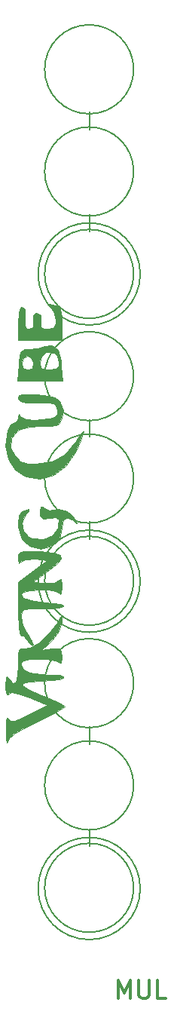
<source format=gbr>
%TF.GenerationSoftware,KiCad,Pcbnew,(6.0.6)*%
%TF.CreationDate,2022-11-26T14:28:04+01:00*%
%TF.ProjectId,er-pass-mul,65722d70-6173-4732-9d6d-756c2e6b6963,rev?*%
%TF.SameCoordinates,Original*%
%TF.FileFunction,Legend,Top*%
%TF.FilePolarity,Positive*%
%FSLAX46Y46*%
G04 Gerber Fmt 4.6, Leading zero omitted, Abs format (unit mm)*
G04 Created by KiCad (PCBNEW (6.0.6)) date 2022-11-26 14:28:04*
%MOMM*%
%LPD*%
G01*
G04 APERTURE LIST*
%ADD10C,0.150000*%
%ADD11C,0.200000*%
%ADD12C,0.300000*%
%ADD13C,0.010000*%
G04 APERTURE END LIST*
D10*
X-14284682Y-98725000D02*
G75*
G03*
X-14284682Y-98725000I-5740318J0D01*
G01*
D11*
X-20000000Y-92000000D02*
X-20000000Y-94000000D01*
X-20000000Y-11500000D02*
X-20000000Y-13500000D01*
X-15025000Y-52700000D02*
G75*
G03*
X-15025000Y-52700000I-5000000J0D01*
G01*
D10*
X-14284682Y-29725000D02*
G75*
G03*
X-14284682Y-29725000I-5740318J0D01*
G01*
D11*
X-15025000Y-6750000D02*
G75*
G03*
X-15025000Y-6750000I-5000000J0D01*
G01*
X-15025000Y-98650000D02*
G75*
G03*
X-15025000Y-98650000I-5000000J0D01*
G01*
X-15025000Y-87150000D02*
G75*
G03*
X-15025000Y-87150000I-5000000J0D01*
G01*
D10*
X-14284682Y-64225000D02*
G75*
G03*
X-14284682Y-64225000I-5740318J0D01*
G01*
D11*
X-15025000Y-41200000D02*
G75*
G03*
X-15025000Y-41200000I-5000000J0D01*
G01*
X-20000000Y-57500000D02*
X-20000000Y-59500000D01*
X-15025000Y-75671059D02*
G75*
G03*
X-15025000Y-75671059I-5000000J0D01*
G01*
X-15025000Y-18225000D02*
G75*
G03*
X-15025000Y-18225000I-5000000J0D01*
G01*
X-20000000Y-80500000D02*
X-20000000Y-82500000D01*
X-20000000Y-46000000D02*
X-20000000Y-48000000D01*
X-20000000Y-23000000D02*
X-20000000Y-25000000D01*
X-15025000Y-29725000D02*
G75*
G03*
X-15025000Y-29725000I-5000000J0D01*
G01*
X-15025000Y-64175000D02*
G75*
G03*
X-15025000Y-64175000I-5000000J0D01*
G01*
D12*
X-16723809Y-111054761D02*
X-16723809Y-109054761D01*
X-16057142Y-110483333D01*
X-15390476Y-109054761D01*
X-15390476Y-111054761D01*
X-14438095Y-109054761D02*
X-14438095Y-110673809D01*
X-14342857Y-110864285D01*
X-14247619Y-110959523D01*
X-14057142Y-111054761D01*
X-13676190Y-111054761D01*
X-13485714Y-110959523D01*
X-13390476Y-110864285D01*
X-13295238Y-110673809D01*
X-13295238Y-109054761D01*
X-11390476Y-111054761D02*
X-12342857Y-111054761D01*
X-12342857Y-109054761D01*
%TO.C,REF\u002A\u002A*%
G36*
X-25897121Y-43256840D02*
G01*
X-24622779Y-43376664D01*
X-23846269Y-43604372D01*
X-23360789Y-44011797D01*
X-23241272Y-44179362D01*
X-22902406Y-45064661D01*
X-23068973Y-45911270D01*
X-23329806Y-46436343D01*
X-23732940Y-46714903D01*
X-24478079Y-46823932D01*
X-25480364Y-46840832D01*
X-26701396Y-46913540D01*
X-27687426Y-47101043D01*
X-28099307Y-47281804D01*
X-28797811Y-48198285D01*
X-28826327Y-49257209D01*
X-28359319Y-50136790D01*
X-27719535Y-50758553D01*
X-26916714Y-51028486D01*
X-26042565Y-51074166D01*
X-24196213Y-50821048D01*
X-22745024Y-50017100D01*
X-21570729Y-48595423D01*
X-21524014Y-48518378D01*
X-20958544Y-47649631D01*
X-20680603Y-47378482D01*
X-20690533Y-47658069D01*
X-20988674Y-48441527D01*
X-21516410Y-49564245D01*
X-22648792Y-51286837D01*
X-23991278Y-52348523D01*
X-25526636Y-52740324D01*
X-27131422Y-52489435D01*
X-28363002Y-51743388D01*
X-29146101Y-50532240D01*
X-29435047Y-48970161D01*
X-29214727Y-47281804D01*
X-28865718Y-46663082D01*
X-28513988Y-46488054D01*
X-28098358Y-46198381D01*
X-28020564Y-45870693D01*
X-27945779Y-45486491D01*
X-27722592Y-45714641D01*
X-27152275Y-46013014D01*
X-25946637Y-46085269D01*
X-25523133Y-46067419D01*
X-24422186Y-45977704D01*
X-23853266Y-45810691D01*
X-23642963Y-45476307D01*
X-23616244Y-45076943D01*
X-23658639Y-44595742D01*
X-23894112Y-44331685D01*
X-24485095Y-44219817D01*
X-25594020Y-44195185D01*
X-25821748Y-44194999D01*
X-27079804Y-44157197D01*
X-27767654Y-44022620D01*
X-28017645Y-43759516D01*
X-28027252Y-43665832D01*
X-27890501Y-43371613D01*
X-27385628Y-43236562D01*
X-26370707Y-43233427D01*
X-25897121Y-43256840D01*
G37*
D13*
X-25897121Y-43256840D02*
X-24622779Y-43376664D01*
X-23846269Y-43604372D01*
X-23360789Y-44011797D01*
X-23241272Y-44179362D01*
X-22902406Y-45064661D01*
X-23068973Y-45911270D01*
X-23329806Y-46436343D01*
X-23732940Y-46714903D01*
X-24478079Y-46823932D01*
X-25480364Y-46840832D01*
X-26701396Y-46913540D01*
X-27687426Y-47101043D01*
X-28099307Y-47281804D01*
X-28797811Y-48198285D01*
X-28826327Y-49257209D01*
X-28359319Y-50136790D01*
X-27719535Y-50758553D01*
X-26916714Y-51028486D01*
X-26042565Y-51074166D01*
X-24196213Y-50821048D01*
X-22745024Y-50017100D01*
X-21570729Y-48595423D01*
X-21524014Y-48518378D01*
X-20958544Y-47649631D01*
X-20680603Y-47378482D01*
X-20690533Y-47658069D01*
X-20988674Y-48441527D01*
X-21516410Y-49564245D01*
X-22648792Y-51286837D01*
X-23991278Y-52348523D01*
X-25526636Y-52740324D01*
X-27131422Y-52489435D01*
X-28363002Y-51743388D01*
X-29146101Y-50532240D01*
X-29435047Y-48970161D01*
X-29214727Y-47281804D01*
X-28865718Y-46663082D01*
X-28513988Y-46488054D01*
X-28098358Y-46198381D01*
X-28020564Y-45870693D01*
X-27945779Y-45486491D01*
X-27722592Y-45714641D01*
X-27152275Y-46013014D01*
X-25946637Y-46085269D01*
X-25523133Y-46067419D01*
X-24422186Y-45977704D01*
X-23853266Y-45810691D01*
X-23642963Y-45476307D01*
X-23616244Y-45076943D01*
X-23658639Y-44595742D01*
X-23894112Y-44331685D01*
X-24485095Y-44219817D01*
X-25594020Y-44195185D01*
X-25821748Y-44194999D01*
X-27079804Y-44157197D01*
X-27767654Y-44022620D01*
X-28017645Y-43759516D01*
X-28027252Y-43665832D01*
X-27890501Y-43371613D01*
X-27385628Y-43236562D01*
X-26370707Y-43233427D01*
X-25897121Y-43256840D01*
G36*
X-26300472Y-60859238D02*
G01*
X-25557317Y-60892697D01*
X-24076489Y-61025185D01*
X-23281456Y-61278534D01*
X-23156652Y-61696765D01*
X-23686515Y-62323896D01*
X-24762772Y-63139857D01*
X-26438466Y-64303332D01*
X-25063263Y-64415939D01*
X-23971236Y-64374709D01*
X-23392971Y-64063162D01*
X-23195113Y-64003870D01*
X-23119381Y-64608973D01*
X-23120330Y-64832499D01*
X-23176419Y-65521128D01*
X-23287529Y-65686363D01*
X-23320715Y-65626249D01*
X-23745587Y-65349129D01*
X-24594270Y-65194461D01*
X-25638966Y-65158466D01*
X-26651877Y-65237365D01*
X-27405207Y-65427379D01*
X-27673189Y-65698458D01*
X-27411317Y-66084652D01*
X-26588753Y-66376811D01*
X-25150077Y-66589875D01*
X-24023792Y-66682281D01*
X-23234665Y-66797459D01*
X-22910502Y-66975328D01*
X-22936061Y-67037360D01*
X-23405849Y-67175278D01*
X-24362103Y-67270993D01*
X-25438929Y-67301943D01*
X-26651454Y-67317397D01*
X-27320104Y-67407917D01*
X-27606502Y-67639743D01*
X-27672275Y-68079116D01*
X-27673189Y-68217624D01*
X-27468723Y-69133650D01*
X-26972217Y-70116200D01*
X-26929148Y-70178213D01*
X-26488687Y-70906223D01*
X-26351675Y-71368726D01*
X-26371399Y-71409413D01*
X-26652299Y-71289775D01*
X-26956751Y-70850055D01*
X-27378857Y-70355648D01*
X-27690889Y-70311494D01*
X-27852878Y-70088419D01*
X-27963887Y-69253188D01*
X-28013608Y-67898029D01*
X-28015058Y-67410958D01*
X-28004150Y-64303332D01*
X-26361230Y-63068610D01*
X-24718309Y-61833888D01*
X-26071647Y-61721281D01*
X-27148990Y-61763754D01*
X-27720073Y-62074058D01*
X-27942672Y-62219222D01*
X-28020996Y-61693490D01*
X-28021359Y-61657499D01*
X-27993426Y-61198681D01*
X-27799410Y-60944392D01*
X-27286147Y-60847091D01*
X-26300472Y-60859238D01*
G37*
X-26300472Y-60859238D02*
X-25557317Y-60892697D01*
X-24076489Y-61025185D01*
X-23281456Y-61278534D01*
X-23156652Y-61696765D01*
X-23686515Y-62323896D01*
X-24762772Y-63139857D01*
X-26438466Y-64303332D01*
X-25063263Y-64415939D01*
X-23971236Y-64374709D01*
X-23392971Y-64063162D01*
X-23195113Y-64003870D01*
X-23119381Y-64608973D01*
X-23120330Y-64832499D01*
X-23176419Y-65521128D01*
X-23287529Y-65686363D01*
X-23320715Y-65626249D01*
X-23745587Y-65349129D01*
X-24594270Y-65194461D01*
X-25638966Y-65158466D01*
X-26651877Y-65237365D01*
X-27405207Y-65427379D01*
X-27673189Y-65698458D01*
X-27411317Y-66084652D01*
X-26588753Y-66376811D01*
X-25150077Y-66589875D01*
X-24023792Y-66682281D01*
X-23234665Y-66797459D01*
X-22910502Y-66975328D01*
X-22936061Y-67037360D01*
X-23405849Y-67175278D01*
X-24362103Y-67270993D01*
X-25438929Y-67301943D01*
X-26651454Y-67317397D01*
X-27320104Y-67407917D01*
X-27606502Y-67639743D01*
X-27672275Y-68079116D01*
X-27673189Y-68217624D01*
X-27468723Y-69133650D01*
X-26972217Y-70116200D01*
X-26929148Y-70178213D01*
X-26488687Y-70906223D01*
X-26351675Y-71368726D01*
X-26371399Y-71409413D01*
X-26652299Y-71289775D01*
X-26956751Y-70850055D01*
X-27378857Y-70355648D01*
X-27690889Y-70311494D01*
X-27852878Y-70088419D01*
X-27963887Y-69253188D01*
X-28013608Y-67898029D01*
X-28015058Y-67410958D01*
X-28004150Y-64303332D01*
X-26361230Y-63068610D01*
X-24718309Y-61833888D01*
X-26071647Y-61721281D01*
X-27148990Y-61763754D01*
X-27720073Y-62074058D01*
X-27942672Y-62219222D01*
X-28020996Y-61693490D01*
X-28021359Y-61657499D01*
X-27993426Y-61198681D01*
X-27799410Y-60944392D01*
X-27286147Y-60847091D01*
X-26300472Y-60859238D01*
G36*
X-23130247Y-68322277D02*
G01*
X-23109439Y-68806222D01*
X-23403716Y-69859504D01*
X-24233605Y-70858001D01*
X-25380133Y-71934668D01*
X-24233605Y-71796071D01*
X-23451347Y-71757433D01*
X-23149887Y-72026270D01*
X-23114928Y-72742903D01*
X-23180244Y-73357720D01*
X-23303112Y-73425424D01*
X-23320715Y-73387360D01*
X-23796155Y-73105896D01*
X-24897610Y-72962400D01*
X-25585920Y-72946388D01*
X-26763258Y-72975235D01*
X-27395824Y-73095648D01*
X-27643224Y-73358430D01*
X-27673189Y-73610798D01*
X-27445608Y-74161758D01*
X-26714077Y-74509819D01*
X-25405413Y-74679375D01*
X-24389174Y-74705460D01*
X-23367887Y-74772469D01*
X-22907840Y-74950789D01*
X-22910689Y-75063054D01*
X-23350930Y-75244086D01*
X-24287503Y-75371350D01*
X-25430351Y-75415832D01*
X-26788531Y-75474078D01*
X-27466901Y-75654853D01*
X-27463714Y-75967215D01*
X-26777226Y-76420219D01*
X-25405689Y-77022923D01*
X-25097272Y-77143627D01*
X-23942090Y-77617528D01*
X-23100234Y-78015842D01*
X-22737786Y-78259237D01*
X-22734300Y-78272351D01*
X-23033135Y-78502812D01*
X-23837856Y-78949061D01*
X-25010787Y-79537687D01*
X-25884972Y-79952367D01*
X-27461500Y-80725034D01*
X-28473091Y-81330141D01*
X-29019768Y-81835998D01*
X-29188319Y-82208393D01*
X-29275325Y-82332346D01*
X-29347440Y-81855362D01*
X-29383633Y-81060277D01*
X-29367312Y-79957468D01*
X-29251584Y-79530953D01*
X-29095746Y-79642724D01*
X-28825530Y-79886683D01*
X-28368016Y-79870923D01*
X-27564047Y-79563417D01*
X-26727844Y-79166228D01*
X-24690470Y-78167006D01*
X-26776874Y-77318165D01*
X-27992917Y-76865583D01*
X-28720752Y-76717395D01*
X-29096964Y-76850216D01*
X-29144776Y-76912717D01*
X-29322431Y-76910184D01*
X-29414271Y-76301853D01*
X-29420948Y-75944999D01*
X-29385399Y-75105984D01*
X-29263120Y-74890748D01*
X-29056043Y-75151249D01*
X-28592663Y-75712204D01*
X-28262752Y-75588365D01*
X-28072800Y-74788975D01*
X-28025966Y-73684970D01*
X-28006058Y-72529326D01*
X-27908043Y-71930044D01*
X-27674481Y-71738235D01*
X-27295814Y-71792270D01*
X-26623481Y-71726646D01*
X-25756796Y-71165476D01*
X-25144787Y-70612715D01*
X-24292760Y-69717454D01*
X-23644669Y-68904022D01*
X-23427857Y-68536666D01*
X-23216973Y-68122524D01*
X-23130247Y-68322277D01*
G37*
X-23130247Y-68322277D02*
X-23109439Y-68806222D01*
X-23403716Y-69859504D01*
X-24233605Y-70858001D01*
X-25380133Y-71934668D01*
X-24233605Y-71796071D01*
X-23451347Y-71757433D01*
X-23149887Y-72026270D01*
X-23114928Y-72742903D01*
X-23180244Y-73357720D01*
X-23303112Y-73425424D01*
X-23320715Y-73387360D01*
X-23796155Y-73105896D01*
X-24897610Y-72962400D01*
X-25585920Y-72946388D01*
X-26763258Y-72975235D01*
X-27395824Y-73095648D01*
X-27643224Y-73358430D01*
X-27673189Y-73610798D01*
X-27445608Y-74161758D01*
X-26714077Y-74509819D01*
X-25405413Y-74679375D01*
X-24389174Y-74705460D01*
X-23367887Y-74772469D01*
X-22907840Y-74950789D01*
X-22910689Y-75063054D01*
X-23350930Y-75244086D01*
X-24287503Y-75371350D01*
X-25430351Y-75415832D01*
X-26788531Y-75474078D01*
X-27466901Y-75654853D01*
X-27463714Y-75967215D01*
X-26777226Y-76420219D01*
X-25405689Y-77022923D01*
X-25097272Y-77143627D01*
X-23942090Y-77617528D01*
X-23100234Y-78015842D01*
X-22737786Y-78259237D01*
X-22734300Y-78272351D01*
X-23033135Y-78502812D01*
X-23837856Y-78949061D01*
X-25010787Y-79537687D01*
X-25884972Y-79952367D01*
X-27461500Y-80725034D01*
X-28473091Y-81330141D01*
X-29019768Y-81835998D01*
X-29188319Y-82208393D01*
X-29275325Y-82332346D01*
X-29347440Y-81855362D01*
X-29383633Y-81060277D01*
X-29367312Y-79957468D01*
X-29251584Y-79530953D01*
X-29095746Y-79642724D01*
X-28825530Y-79886683D01*
X-28368016Y-79870923D01*
X-27564047Y-79563417D01*
X-26727844Y-79166228D01*
X-24690470Y-78167006D01*
X-26776874Y-77318165D01*
X-27992917Y-76865583D01*
X-28720752Y-76717395D01*
X-29096964Y-76850216D01*
X-29144776Y-76912717D01*
X-29322431Y-76910184D01*
X-29414271Y-76301853D01*
X-29420948Y-75944999D01*
X-29385399Y-75105984D01*
X-29263120Y-74890748D01*
X-29056043Y-75151249D01*
X-28592663Y-75712204D01*
X-28262752Y-75588365D01*
X-28072800Y-74788975D01*
X-28025966Y-73684970D01*
X-28006058Y-72529326D01*
X-27908043Y-71930044D01*
X-27674481Y-71738235D01*
X-27295814Y-71792270D01*
X-26623481Y-71726646D01*
X-25756796Y-71165476D01*
X-25144787Y-70612715D01*
X-24292760Y-69717454D01*
X-23644669Y-68904022D01*
X-23427857Y-68536666D01*
X-23216973Y-68122524D01*
X-23130247Y-68322277D01*
G36*
X-27953149Y-39961665D02*
G01*
X-27930747Y-39697082D01*
X-27609530Y-39697082D01*
X-27544272Y-40316240D01*
X-26999208Y-40490645D01*
X-26967633Y-40490832D01*
X-26401877Y-40329697D01*
X-26321193Y-39730322D01*
X-26325736Y-39697082D01*
X-26349176Y-39646631D01*
X-25556522Y-39646631D01*
X-25434512Y-40251927D01*
X-24928843Y-40472525D01*
X-24498189Y-40490832D01*
X-23739359Y-40393508D01*
X-23462807Y-39990151D01*
X-23439855Y-39646631D01*
X-23636899Y-38915027D01*
X-23969022Y-38599370D01*
X-24850255Y-38546569D01*
X-25429008Y-39053388D01*
X-25556522Y-39646631D01*
X-26349176Y-39646631D01*
X-26614070Y-39076493D01*
X-26967633Y-38903332D01*
X-27424008Y-39203627D01*
X-27609530Y-39697082D01*
X-27930747Y-39697082D01*
X-27864615Y-38915997D01*
X-27679804Y-38391017D01*
X-27279017Y-38202249D01*
X-26791244Y-38170993D01*
X-25782269Y-38053080D01*
X-25067599Y-37850267D01*
X-24186552Y-37734028D01*
X-23564652Y-38263450D01*
X-23216131Y-39422508D01*
X-23159895Y-39997999D01*
X-23056323Y-41725554D01*
X-28056721Y-41725554D01*
X-27953149Y-39961665D01*
G37*
X-27953149Y-39961665D02*
X-27930747Y-39697082D01*
X-27609530Y-39697082D01*
X-27544272Y-40316240D01*
X-26999208Y-40490645D01*
X-26967633Y-40490832D01*
X-26401877Y-40329697D01*
X-26321193Y-39730322D01*
X-26325736Y-39697082D01*
X-26349176Y-39646631D01*
X-25556522Y-39646631D01*
X-25434512Y-40251927D01*
X-24928843Y-40472525D01*
X-24498189Y-40490832D01*
X-23739359Y-40393508D01*
X-23462807Y-39990151D01*
X-23439855Y-39646631D01*
X-23636899Y-38915027D01*
X-23969022Y-38599370D01*
X-24850255Y-38546569D01*
X-25429008Y-39053388D01*
X-25556522Y-39646631D01*
X-26349176Y-39646631D01*
X-26614070Y-39076493D01*
X-26967633Y-38903332D01*
X-27424008Y-39203627D01*
X-27609530Y-39697082D01*
X-27930747Y-39697082D01*
X-27864615Y-38915997D01*
X-27679804Y-38391017D01*
X-27279017Y-38202249D01*
X-26791244Y-38170993D01*
X-25782269Y-38053080D01*
X-25067599Y-37850267D01*
X-24186552Y-37734028D01*
X-23564652Y-38263450D01*
X-23216131Y-39422508D01*
X-23159895Y-39997999D01*
X-23056323Y-41725554D01*
X-28056721Y-41725554D01*
X-27953149Y-39961665D01*
G36*
X-23849767Y-33223906D02*
G01*
X-23645097Y-33296631D01*
X-23283244Y-33669567D01*
X-23112878Y-34517895D01*
X-23087077Y-35325103D01*
X-23087077Y-37139443D01*
X-28025966Y-37139443D01*
X-28025966Y-35287360D01*
X-27955595Y-34077425D01*
X-27735028Y-33502520D01*
X-27567638Y-33435277D01*
X-27260790Y-33710881D01*
X-27243043Y-34575583D01*
X-27253456Y-34669999D01*
X-27282730Y-35517751D01*
X-27055550Y-35863781D01*
X-26788714Y-35904721D01*
X-26356419Y-35727832D01*
X-26335506Y-35093467D01*
X-26348420Y-35022777D01*
X-26355241Y-34347437D01*
X-25956568Y-34141657D01*
X-25909300Y-34140832D01*
X-25477871Y-34318289D01*
X-25457590Y-34953949D01*
X-25470179Y-35022777D01*
X-25492239Y-35670790D01*
X-25080771Y-35889720D01*
X-24715703Y-35904721D01*
X-24054047Y-35795910D01*
X-23814500Y-35324285D01*
X-23792633Y-34863917D01*
X-24005974Y-33922802D01*
X-24409994Y-33463534D01*
X-24711737Y-33184911D01*
X-24475044Y-33094136D01*
X-23849767Y-33223906D01*
G37*
X-23849767Y-33223906D02*
X-23645097Y-33296631D01*
X-23283244Y-33669567D01*
X-23112878Y-34517895D01*
X-23087077Y-35325103D01*
X-23087077Y-37139443D01*
X-28025966Y-37139443D01*
X-28025966Y-35287360D01*
X-27955595Y-34077425D01*
X-27735028Y-33502520D01*
X-27567638Y-33435277D01*
X-27260790Y-33710881D01*
X-27243043Y-34575583D01*
X-27253456Y-34669999D01*
X-27282730Y-35517751D01*
X-27055550Y-35863781D01*
X-26788714Y-35904721D01*
X-26356419Y-35727832D01*
X-26335506Y-35093467D01*
X-26348420Y-35022777D01*
X-26355241Y-34347437D01*
X-25956568Y-34141657D01*
X-25909300Y-34140832D01*
X-25477871Y-34318289D01*
X-25457590Y-34953949D01*
X-25470179Y-35022777D01*
X-25492239Y-35670790D01*
X-25080771Y-35889720D01*
X-24715703Y-35904721D01*
X-24054047Y-35795910D01*
X-23814500Y-35324285D01*
X-23792633Y-34863917D01*
X-24005974Y-33922802D01*
X-24409994Y-33463534D01*
X-24711737Y-33184911D01*
X-24475044Y-33094136D01*
X-23849767Y-33223906D01*
G36*
X-25210353Y-55872213D02*
G01*
X-25042809Y-56000229D01*
X-24450980Y-56258371D01*
X-24177088Y-56209021D01*
X-23438914Y-56105735D01*
X-22538631Y-56393554D01*
X-21796121Y-56948321D01*
X-21623479Y-57200162D01*
X-21400696Y-57695252D01*
X-21552823Y-57649173D01*
X-21703340Y-57512360D01*
X-22416978Y-57077969D01*
X-22894553Y-57297346D01*
X-23085652Y-58143563D01*
X-23087077Y-58251434D01*
X-23373966Y-59500662D01*
X-24188056Y-60305876D01*
X-25459479Y-60598988D01*
X-25496105Y-60599165D01*
X-26765960Y-60302177D01*
X-27628239Y-59462799D01*
X-28012551Y-58158416D01*
X-28025966Y-57818088D01*
X-27942940Y-56865357D01*
X-27627261Y-56394012D01*
X-27287939Y-56255124D01*
X-26785985Y-56156652D01*
X-26830070Y-56357276D01*
X-27153362Y-56728930D01*
X-27584442Y-57635087D01*
X-27443630Y-58554729D01*
X-26800972Y-59243925D01*
X-26383552Y-59409749D01*
X-25109801Y-59484669D01*
X-24114766Y-59078087D01*
X-23555882Y-58267476D01*
X-23500362Y-57990930D01*
X-23481913Y-57301331D01*
X-23783612Y-57082415D01*
X-24470500Y-57142574D01*
X-25228205Y-57184720D01*
X-25517832Y-56906681D01*
X-25556522Y-56437927D01*
X-25489360Y-55855080D01*
X-25210353Y-55872213D01*
G37*
X-25210353Y-55872213D02*
X-25042809Y-56000229D01*
X-24450980Y-56258371D01*
X-24177088Y-56209021D01*
X-23438914Y-56105735D01*
X-22538631Y-56393554D01*
X-21796121Y-56948321D01*
X-21623479Y-57200162D01*
X-21400696Y-57695252D01*
X-21552823Y-57649173D01*
X-21703340Y-57512360D01*
X-22416978Y-57077969D01*
X-22894553Y-57297346D01*
X-23085652Y-58143563D01*
X-23087077Y-58251434D01*
X-23373966Y-59500662D01*
X-24188056Y-60305876D01*
X-25459479Y-60598988D01*
X-25496105Y-60599165D01*
X-26765960Y-60302177D01*
X-27628239Y-59462799D01*
X-28012551Y-58158416D01*
X-28025966Y-57818088D01*
X-27942940Y-56865357D01*
X-27627261Y-56394012D01*
X-27287939Y-56255124D01*
X-26785985Y-56156652D01*
X-26830070Y-56357276D01*
X-27153362Y-56728930D01*
X-27584442Y-57635087D01*
X-27443630Y-58554729D01*
X-26800972Y-59243925D01*
X-26383552Y-59409749D01*
X-25109801Y-59484669D01*
X-24114766Y-59078087D01*
X-23555882Y-58267476D01*
X-23500362Y-57990930D01*
X-23481913Y-57301331D01*
X-23783612Y-57082415D01*
X-24470500Y-57142574D01*
X-25228205Y-57184720D01*
X-25517832Y-56906681D01*
X-25556522Y-56437927D01*
X-25489360Y-55855080D01*
X-25210353Y-55872213D01*
%TD*%
M02*

</source>
